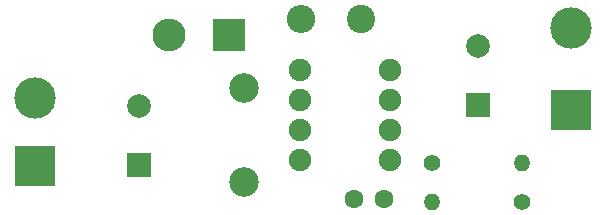
<source format=gbr>
%TF.GenerationSoftware,KiCad,Pcbnew,(6.0.8)*%
%TF.CreationDate,2022-11-19T23:44:09+04:00*%
%TF.ProjectId,MC34063_Buck_Rev2,4d433334-3036-4335-9f42-75636b5f5265,rev?*%
%TF.SameCoordinates,Original*%
%TF.FileFunction,Soldermask,Bot*%
%TF.FilePolarity,Negative*%
%FSLAX46Y46*%
G04 Gerber Fmt 4.6, Leading zero omitted, Abs format (unit mm)*
G04 Created by KiCad (PCBNEW (6.0.8)) date 2022-11-19 23:44:09*
%MOMM*%
%LPD*%
G01*
G04 APERTURE LIST*
%ADD10R,2.000000X2.000000*%
%ADD11C,2.000000*%
%ADD12C,1.600000*%
%ADD13C,1.400000*%
%ADD14O,1.400000X1.400000*%
%ADD15C,1.905000*%
%ADD16C,2.499360*%
%ADD17R,2.800000X2.800000*%
%ADD18O,2.800000X2.800000*%
%ADD19C,2.400000*%
%ADD20O,2.400000X2.400000*%
%ADD21C,3.500120*%
%ADD22R,3.500120X3.500120*%
G04 APERTURE END LIST*
D10*
%TO.C,C1*%
X165064440Y-55327300D03*
D11*
X165064440Y-50327300D03*
%TD*%
D12*
%TO.C,C2*%
X154609800Y-63277500D03*
X157109800Y-63277500D03*
%TD*%
D10*
%TO.C,C3*%
X136382760Y-60384440D03*
D11*
X136382760Y-55384440D03*
%TD*%
D13*
%TO.C,R1*%
X161213800Y-60178700D03*
D14*
X168833800Y-60178700D03*
%TD*%
D13*
%TO.C,R3*%
X168821100Y-63468000D03*
D14*
X161201100Y-63468000D03*
%TD*%
D15*
%TO.C,U1*%
X150037800Y-52368200D03*
X150037800Y-54908200D03*
X150037800Y-57448200D03*
X150037800Y-59988200D03*
X157657800Y-59988200D03*
X157657800Y-57448200D03*
X157657800Y-54908200D03*
X157657800Y-52368200D03*
%TD*%
D16*
%TO.C,L1*%
X145262600Y-53843940D03*
X145262600Y-61844940D03*
%TD*%
D17*
%TO.C,D1*%
X143977360Y-49396400D03*
D18*
X138897360Y-49396400D03*
%TD*%
D19*
%TO.C,R2*%
X155155900Y-47999400D03*
D20*
X150075900Y-47999400D03*
%TD*%
D21*
%TO.C,GND*%
X127576580Y-54669440D03*
%TD*%
D22*
%TO.C,Vout*%
X127576580Y-60453020D03*
%TD*%
%TO.C,Vin*%
X172971460Y-55693060D03*
%TD*%
D21*
%TO.C,GND*%
X172971460Y-48738540D03*
%TD*%
M02*

</source>
